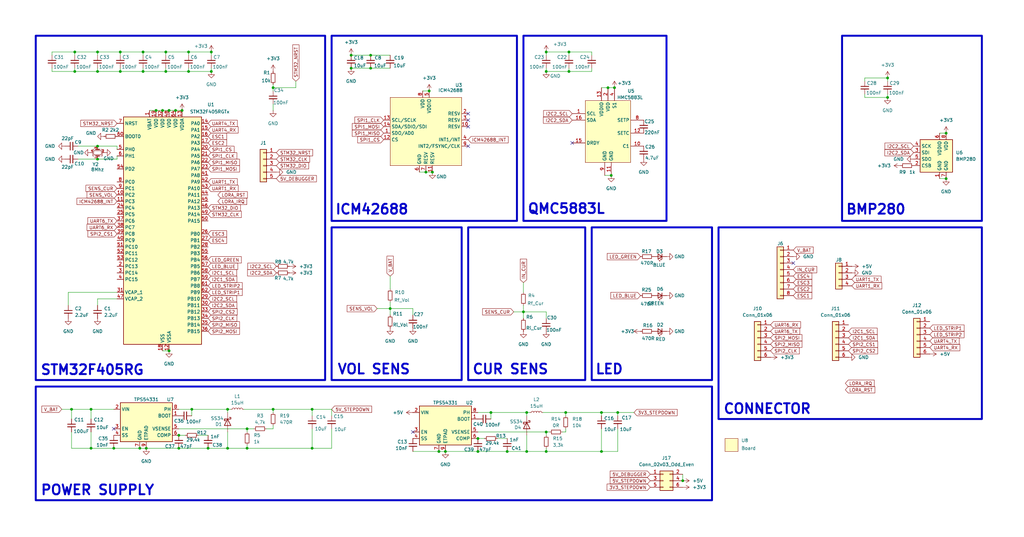
<source format=kicad_sch>
(kicad_sch (version 20231120) (generator "eeschema") (generator_version "8.0")
  (paper "User" 400 210)
  (junction (at 35.56 175.26))
  (junction (at 35.56 160.02))
  (junction (at 220.98 161.29))
  (junction (at 38.1 57.15))
  (junction (at 144.78 26.67))
  (junction (at 234.95 161.29))
  (junction (at 240.03 34.29))
  (junction (at 137.16 21.59))
  (junction (at 144.78 21.59))
  (junction (at 64.77 20.32))
  (junction (at 27.94 160.02))
  (junction (at 55.88 27.94))
  (junction (at 213.36 176.53))
  (junction (at 173.99 176.53))
  (junction (at 69.85 170.18))
  (junction (at 191.77 161.29))
  (junction (at 213.36 27.94))
  (junction (at 74.93 160.02))
  (junction (at 369.57 69.85))
  (junction (at 167.64 35.56))
  (junction (at 60.96 43.18))
  (junction (at 369.57 52.07))
  (junction (at 213.36 20.32))
  (junction (at 222.25 20.32))
  (junction (at 38.1 20.32))
  (junction (at 106.68 34.29))
  (junction (at 346.71 38.1))
  (junction (at 29.21 27.94))
  (junction (at 55.88 20.32))
  (junction (at 198.12 176.53))
  (junction (at 63.5 43.18))
  (junction (at 171.45 176.53))
  (junction (at 186.69 176.53))
  (junction (at 38.1 62.23))
  (junction (at 82.55 20.32))
  (junction (at 96.52 167.64))
  (junction (at 46.99 27.94))
  (junction (at 222.25 27.94))
  (junction (at 204.47 121.92))
  (junction (at 38.1 27.94))
  (junction (at 88.9 175.26))
  (junction (at 73.66 27.94))
  (junction (at 64.77 27.94))
  (junction (at 121.92 160.02))
  (junction (at 96.52 175.26))
  (junction (at 46.99 20.32))
  (junction (at 71.12 43.18))
  (junction (at 213.36 168.91))
  (junction (at 69.85 175.26))
  (junction (at 205.74 176.53))
  (junction (at 234.95 176.53))
  (junction (at 166.37 67.31))
  (junction (at 238.76 68.58))
  (junction (at 121.92 175.26))
  (junction (at 106.68 160.02))
  (junction (at 186.69 171.45))
  (junction (at 346.71 30.48))
  (junction (at 66.04 43.18))
  (junction (at 152.4 120.65))
  (junction (at 237.49 34.29))
  (junction (at 44.45 175.26))
  (junction (at 168.91 67.31))
  (junction (at 81.28 175.26))
  (junction (at 241.3 161.29))
  (junction (at 82.55 27.94))
  (junction (at 137.16 26.67))
  (junction (at 205.74 161.29))
  (junction (at 57.15 175.26))
  (junction (at 29.21 20.32))
  (junction (at 73.66 20.32))
  (junction (at 68.58 43.18))
  (junction (at 66.04 137.16))
  (junction (at 266.7 187.96))
  (junction (at 88.9 160.02))
  (junction (at 54.61 175.26))
  (no_connect (at 223.52 55.88))
  (no_connect (at 182.88 44.45))
  (no_connect (at 44.45 167.64))
  (no_connect (at 161.29 168.91))
  (no_connect (at 309.88 102.87))
  (no_connect (at 182.88 57.15))
  (no_connect (at 182.88 46.99))
  (no_connect (at 182.88 49.53))
  (wire (pts (xy 152.4 107.95) (xy 152.4 113.03)))
  (wire (pts (xy 213.36 20.32) (xy 222.25 20.32)))
  (wire (pts (xy 69.85 175.26) (xy 81.28 175.26)))
  (wire (pts (xy 81.28 170.18) (xy 77.47 170.18)))
  (wire (pts (xy 337.82 31.75) (xy 337.82 30.48)))
  (wire (pts (xy 213.36 27.94) (xy 213.36 26.67)))
  (wire (pts (xy 219.71 168.91) (xy 220.98 168.91)))
  (wire (pts (xy 234.95 176.53) (xy 213.36 176.53)))
  (wire (pts (xy 346.71 30.48) (xy 337.82 30.48)))
  (wire (pts (xy 198.12 176.53) (xy 205.74 176.53)))
  (wire (pts (xy 147.32 120.65) (xy 152.4 120.65)))
  (wire (pts (xy 266.7 185.42) (xy 266.7 187.96)))
  (wire (pts (xy 20.32 21.59) (xy 20.32 20.32)))
  (wire (pts (xy 337.82 38.1) (xy 346.71 38.1)))
  (wire (pts (xy 121.92 160.02) (xy 129.54 160.02)))
  (wire (pts (xy 24.13 160.02) (xy 27.94 160.02)))
  (wire (pts (xy 35.56 160.02) (xy 35.56 163.83)))
  (wire (pts (xy 166.37 67.31) (xy 168.91 67.31)))
  (wire (pts (xy 88.9 175.26) (xy 88.9 168.91)))
  (wire (pts (xy 82.55 26.67) (xy 82.55 27.94)))
  (wire (pts (xy 213.36 21.59) (xy 213.36 20.32)))
  (wire (pts (xy 213.36 121.92) (xy 213.36 124.46)))
  (wire (pts (xy 129.54 167.64) (xy 129.54 175.26)))
  (wire (pts (xy 129.54 160.02) (xy 129.54 162.56)))
  (wire (pts (xy 69.85 160.02) (xy 74.93 160.02)))
  (wire (pts (xy 234.95 162.56) (xy 234.95 161.29)))
  (wire (pts (xy 68.58 43.18) (xy 71.12 43.18)))
  (wire (pts (xy 222.25 27.94) (xy 213.36 27.94)))
  (wire (pts (xy 29.21 20.32) (xy 29.21 21.59)))
  (wire (pts (xy 54.61 175.26) (xy 57.15 175.26)))
  (wire (pts (xy 115.57 34.29) (xy 115.57 31.75)))
  (wire (pts (xy 58.42 43.18) (xy 60.96 43.18)))
  (wire (pts (xy 171.45 176.53) (xy 161.29 176.53)))
  (wire (pts (xy 81.28 175.26) (xy 88.9 175.26)))
  (wire (pts (xy 46.99 26.67) (xy 46.99 27.94)))
  (wire (pts (xy 106.68 167.64) (xy 106.68 166.37)))
  (wire (pts (xy 222.25 26.67) (xy 222.25 27.94)))
  (wire (pts (xy 152.4 118.11) (xy 152.4 120.65)))
  (wire (pts (xy 152.4 120.65) (xy 161.29 120.65)))
  (wire (pts (xy 57.15 175.26) (xy 69.85 175.26)))
  (wire (pts (xy 222.25 20.32) (xy 231.14 20.32)))
  (wire (pts (xy 231.14 21.59) (xy 231.14 20.32)))
  (wire (pts (xy 144.78 21.59) (xy 152.4 21.59)))
  (wire (pts (xy 186.69 161.29) (xy 191.77 161.29)))
  (wire (pts (xy 237.49 34.29) (xy 240.03 34.29)))
  (wire (pts (xy 161.29 120.65) (xy 161.29 123.19)))
  (wire (pts (xy 186.69 171.45) (xy 189.23 171.45)))
  (wire (pts (xy 27.94 175.26) (xy 35.56 175.26)))
  (wire (pts (xy 38.1 20.32) (xy 29.21 20.32)))
  (wire (pts (xy 73.66 27.94) (xy 82.55 27.94)))
  (wire (pts (xy 152.4 120.65) (xy 152.4 123.19)))
  (wire (pts (xy 35.56 168.91) (xy 35.56 175.26)))
  (wire (pts (xy 26.67 114.3) (xy 45.72 114.3)))
  (wire (pts (xy 96.52 175.26) (xy 121.92 175.26)))
  (wire (pts (xy 45.72 62.23) (xy 45.72 60.96)))
  (wire (pts (xy 204.47 119.38) (xy 204.47 121.92)))
  (wire (pts (xy 35.56 175.26) (xy 44.45 175.26)))
  (wire (pts (xy 236.22 68.58) (xy 238.76 68.58)))
  (wire (pts (xy 205.74 176.53) (xy 213.36 176.53)))
  (wire (pts (xy 173.99 176.53) (xy 186.69 176.53)))
  (wire (pts (xy 45.72 58.42) (xy 45.72 57.15)))
  (wire (pts (xy 222.25 21.59) (xy 222.25 20.32)))
  (wire (pts (xy 204.47 110.49) (xy 204.47 114.3)))
  (wire (pts (xy 241.3 167.64) (xy 241.3 176.53)))
  (wire (pts (xy 220.98 161.29) (xy 234.95 161.29)))
  (wire (pts (xy 106.68 160.02) (xy 121.92 160.02)))
  (wire (pts (xy 73.66 20.32) (xy 64.77 20.32)))
  (wire (pts (xy 106.68 34.29) (xy 106.68 35.56)))
  (wire (pts (xy 191.77 161.29) (xy 205.74 161.29)))
  (wire (pts (xy 69.85 170.18) (xy 72.39 170.18)))
  (wire (pts (xy 88.9 175.26) (xy 96.52 175.26)))
  (wire (pts (xy 137.16 26.67) (xy 144.78 26.67)))
  (wire (pts (xy 38.1 20.32) (xy 46.99 20.32)))
  (wire (pts (xy 241.3 176.53) (xy 234.95 176.53)))
  (wire (pts (xy 74.93 160.02) (xy 88.9 160.02)))
  (wire (pts (xy 69.85 167.64) (xy 96.52 167.64)))
  (wire (pts (xy 38.1 27.94) (xy 46.99 27.94)))
  (wire (pts (xy 64.77 21.59) (xy 64.77 20.32)))
  (wire (pts (xy 55.88 20.32) (xy 55.88 21.59)))
  (wire (pts (xy 198.12 171.45) (xy 194.31 171.45)))
  (wire (pts (xy 205.74 161.29) (xy 207.01 161.29)))
  (wire (pts (xy 106.68 33.02) (xy 106.68 34.29)))
  (wire (pts (xy 96.52 173.99) (xy 96.52 175.26)))
  (wire (pts (xy 38.1 62.23) (xy 45.72 62.23)))
  (wire (pts (xy 234.95 161.29) (xy 241.3 161.29)))
  (wire (pts (xy 129.54 175.26) (xy 121.92 175.26)))
  (wire (pts (xy 204.47 121.92) (xy 213.36 121.92)))
  (wire (pts (xy 30.48 57.15) (xy 38.1 57.15)))
  (wire (pts (xy 20.32 20.32) (xy 29.21 20.32)))
  (wire (pts (xy 64.77 27.94) (xy 73.66 27.94)))
  (wire (pts (xy 220.98 161.29) (xy 220.98 162.56)))
  (wire (pts (xy 106.68 40.64) (xy 106.68 43.18)))
  (wire (pts (xy 241.3 161.29) (xy 241.3 162.56)))
  (wire (pts (xy 46.99 21.59) (xy 46.99 20.32)))
  (wire (pts (xy 346.71 31.75) (xy 346.71 30.48)))
  (wire (pts (xy 96.52 167.64) (xy 99.06 167.64)))
  (wire (pts (xy 46.99 27.94) (xy 55.88 27.94)))
  (wire (pts (xy 144.78 26.67) (xy 152.4 26.67)))
  (wire (pts (xy 63.5 137.16) (xy 66.04 137.16)))
  (wire (pts (xy 88.9 160.02) (xy 88.9 161.29)))
  (wire (pts (xy 27.94 160.02) (xy 27.94 163.83)))
  (wire (pts (xy 212.09 161.29) (xy 220.98 161.29)))
  (wire (pts (xy 66.04 43.18) (xy 68.58 43.18)))
  (wire (pts (xy 163.83 67.31) (xy 166.37 67.31)))
  (wire (pts (xy 241.3 161.29) (xy 247.65 161.29)))
  (wire (pts (xy 20.32 26.67) (xy 20.32 27.94)))
  (wire (pts (xy 29.21 26.67) (xy 29.21 27.94)))
  (wire (pts (xy 204.47 121.92) (xy 204.47 124.46)))
  (wire (pts (xy 346.71 38.1) (xy 346.71 36.83)))
  (wire (pts (xy 35.56 160.02) (xy 44.45 160.02)))
  (wire (pts (xy 96.52 167.64) (xy 96.52 168.91)))
  (wire (pts (xy 213.36 168.91) (xy 213.36 170.18)))
  (wire (pts (xy 54.61 175.26) (xy 44.45 175.26)))
  (wire (pts (xy 73.66 26.67) (xy 73.66 27.94)))
  (wire (pts (xy 38.1 116.84) (xy 38.1 119.38)))
  (wire (pts (xy 165.1 35.56) (xy 167.64 35.56)))
  (wire (pts (xy 220.98 168.91) (xy 220.98 167.64)))
  (wire (pts (xy 64.77 20.32) (xy 55.88 20.32)))
  (wire (pts (xy 38.1 57.15) (xy 45.72 57.15)))
  (wire (pts (xy 27.94 175.26) (xy 27.94 168.91)))
  (wire (pts (xy 20.32 27.94) (xy 29.21 27.94)))
  (wire (pts (xy 104.14 167.64) (xy 106.68 167.64)))
  (wire (pts (xy 106.68 160.02) (xy 106.68 161.29)))
  (wire (pts (xy 55.88 27.94) (xy 64.77 27.94)))
  (wire (pts (xy 30.48 62.23) (xy 38.1 62.23)))
  (wire (pts (xy 46.99 20.32) (xy 55.88 20.32)))
  (wire (pts (xy 55.88 26.67) (xy 55.88 27.94)))
  (wire (pts (xy 82.55 21.59) (xy 82.55 20.32)))
  (wire (pts (xy 74.93 160.02) (xy 74.93 162.56)))
  (wire (pts (xy 367.03 52.07) (xy 369.57 52.07)))
  (wire (pts (xy 45.72 116.84) (xy 38.1 116.84)))
  (wire (pts (xy 38.1 21.59) (xy 38.1 20.32)))
  (wire (pts (xy 367.03 69.85) (xy 369.57 69.85)))
  (wire (pts (xy 213.36 168.91) (xy 214.63 168.91)))
  (wire (pts (xy 95.25 160.02) (xy 106.68 160.02)))
  (wire (pts (xy 26.67 119.38) (xy 26.67 114.3)))
  (wire (pts (xy 64.77 26.67) (xy 64.77 27.94)))
  (wire (pts (xy 29.21 27.94) (xy 38.1 27.94)))
  (wire (pts (xy 231.14 27.94) (xy 222.25 27.94)))
  (wire (pts (xy 63.5 43.18) (xy 66.04 43.18)))
  (wire (pts (xy 200.66 121.92) (xy 204.47 121.92)))
  (wire (pts (xy 121.92 167.64) (xy 121.92 175.26)))
  (wire (pts (xy 191.77 161.29) (xy 191.77 163.83)))
  (wire (pts (xy 186.69 168.91) (xy 213.36 168.91)))
  (wire (pts (xy 231.14 26.67) (xy 231.14 27.94)))
  (wire (pts (xy 186.69 176.53) (xy 198.12 176.53)))
  (wire (pts (xy 106.68 34.29) (xy 115.57 34.29)))
  (wire (pts (xy 234.95 167.64) (xy 234.95 176.53)))
  (wire (pts (xy 171.45 176.53) (xy 173.99 176.53)))
  (wire (pts (xy 205.74 161.29) (xy 205.74 162.56)))
  (wire (pts (xy 337.82 36.83) (xy 337.82 38.1)))
  (wire (pts (xy 137.16 21.59) (xy 144.78 21.59)))
  (wire (pts (xy 234.95 34.29) (xy 237.49 34.29)))
  (wire (pts (xy 38.1 26.67) (xy 38.1 27.94)))
  (wire (pts (xy 88.9 160.02) (xy 90.17 160.02)))
  (wire (pts (xy 213.36 175.26) (xy 213.36 176.53)))
  (wire (pts (xy 60.96 43.18) (xy 63.5 43.18)))
  (wire (pts (xy 82.55 20.32) (xy 73.66 20.32)))
  (wire (pts (xy 73.66 21.59) (xy 73.66 20.32)))
  (wire (pts (xy 205.74 176.53) (xy 205.74 170.18)))
  (wire (pts (xy 121.92 160.02) (xy 121.92 162.56)))
  (wire (pts (xy 27.94 160.02) (xy 35.56 160.02)))
  (rectangle (start 204.47 13.97) (end 260.35 86.36) (stroke (width 0.762)))
  (rectangle (start 231.14 88.9) (end 278.13 148.59) (stroke (width 0.762)))
  (rectangle (start 129.54 88.9) (end 180.34 148.59) (stroke (width 0.762)))
  (rectangle (start 129.54 13.97) (end 201.93 86.36) (stroke (width 0.762)))
  (rectangle (start 182.88 88.9) (end 228.6 148.59) (stroke (width 0.762)))
  (rectangle (start 328.93 13.97) (end 383.54 86.36) (stroke (width 0.762)))
  (rectangle (start 280.67 88.9) (end 383.54 163.83) (stroke (width 0.762)))
  (rectangle (start 13.97 13.97) (end 127 148.59) (stroke (width 0.762)))
  (rectangle (start 13.97 151.13) (end 278.13 195.58) (stroke (width 0.762)))
  (text "ICM42688" (at 145.288 82.042 0) (effects (font (size 3.81 3.81) (thickness 0.762) (bold yes))))
  (text "QMC5883L" (at 221.234 81.788 0) (effects (font (size 3.81 3.81) (thickness 0.762) (bold yes))))
  (text "BMP280" (at 342.138 82.042 0) (effects (font (size 3.81 3.81) (thickness 0.762) (bold yes))))
  (text "LED" (at 237.998 144.526 0) (effects (font (size 3.81 3.81) (thickness 0.762) (bold yes))))
  (text "POWER SUPPLY" (at 38.1 191.77 0) (effects (font (size 3.81 3.81) (thickness 0.762) (bold yes))))
  (text "CONNECTOR" (at 299.72 160.02 0) (effects (font (size 3.81 3.81) (thickness 0.762) (bold yes))))
  (text "CUR SENS" (at 199.39 144.526 0) (effects (font (size 3.81 3.81) (thickness 0.762) (bold yes))))
  (text "VOL SENS" (at 146.05 144.526 0) (effects (font (size 3.81 3.81) (thickness 0.762) (bold yes))))
  (text "STM32F405RG" (at 36.068 144.78 0) (effects (font (size 3.81 3.81) (thickness 0.762) (bold yes))))
  (global_label "STM32_NRST" (shape input) (at 115.57 31.75 90) (property "Intersheetrefs" "${INTERSHEET_REFS}" (effects (hide yes))))
  (global_label "ESC2" (shape input) (at 309.88 113.03 0) (property "Intersheetrefs" "${INTERSHEET_REFS}" (effects (hide yes))))
  (global_label "STM32_DIO" (shape input) (at 107.95 64.77 0) (property "Intersheetrefs" "${INTERSHEET_REFS}" (effects (hide yes))))
  (global_label "SPI2_CS1" (shape input) (at 45.72 91.44 180) (property "Intersheetrefs" "${INTERSHEET_REFS}" (effects (hide yes))))
  (global_label "3V3_STEPDOWN" (shape input) (at 254 190.5 180) (property "Intersheetrefs" "${INTERSHEET_REFS}" (effects (hide yes))))
  (global_label "V_BAT" (shape input) (at 24.13 160.02 180) (property "Intersheetrefs" "${INTERSHEET_REFS}" (effects (hide yes))))
  (global_label "5V_DEBUGGER" (shape input) (at 254 185.42 180) (property "Intersheetrefs" "${INTERSHEET_REFS}" (effects (hide yes))))
  (global_label "STM32_CLK" (shape input) (at 107.95 62.23 0) (property "Intersheetrefs" "${INTERSHEET_REFS}" (effects (hide yes))))
  (global_label "UART4_RX" (shape input) (at 363.22 135.89 0) (property "Intersheetrefs" "${INTERSHEET_REFS}" (effects (hide yes))))
  (global_label "LED_GREEN" (shape input) (at 81.28 101.6 0) (property "Intersheetrefs" "${INTERSHEET_REFS}" (effects (hide yes))))
  (global_label "SPI2_CLK" (shape input) (at 81.28 124.46 0) (property "Intersheetrefs" "${INTERSHEET_REFS}" (effects (hide yes))))
  (global_label "ESC4" (shape input) (at 309.88 107.95 0) (property "Intersheetrefs" "${INTERSHEET_REFS}" (effects (hide yes))))
  (global_label "SPI1_MOSI" (shape input) (at 81.28 66.04 0) (property "Intersheetrefs" "${INTERSHEET_REFS}" (effects (hide yes))))
  (global_label "SPI1_CS" (shape input) (at 149.86 54.61 180) (property "Intersheetrefs" "${INTERSHEET_REFS}" (effects (hide yes))))
  (global_label "I2C2_SDA" (shape input) (at 107.95 106.68 180) (property "Intersheetrefs" "${INTERSHEET_REFS}" (effects (hide yes))))
  (global_label "ESC3" (shape input) (at 81.28 91.44 0) (property "Intersheetrefs" "${INTERSHEET_REFS}" (effects (hide yes))))
  (global_label "UART4_TX" (shape input) (at 81.28 48.26 0) (property "Intersheetrefs" "${INTERSHEET_REFS}" (effects (hide yes))))
  (global_label "I2C2_SCL" (shape input) (at 223.52 44.45 180) (property "Intersheetrefs" "${INTERSHEET_REFS}" (effects (hide yes))))
  (global_label "LORA_RST" (shape input) (at 330.2 152.4 0) (property "Intersheetrefs" "${INTERSHEET_REFS}" (effects (hide yes))))
  (global_label "SPI2_CS2" (shape input) (at 81.28 121.92 0) (property "Intersheetrefs" "${INTERSHEET_REFS}" (effects (hide yes))))
  (global_label "SPI2_CS2" (shape input) (at 331.47 137.16 0) (property "Intersheetrefs" "${INTERSHEET_REFS}" (effects (hide yes))))
  (global_label "ESC3" (shape input) (at 309.88 110.49 0) (property "Intersheetrefs" "${INTERSHEET_REFS}" (effects (hide yes))))
  (global_label "SENS_CUR" (shape input) (at 45.72 73.66 180) (property "Intersheetrefs" "${INTERSHEET_REFS}" (effects (hide yes))))
  (global_label "SPI1_CLK" (shape input) (at 81.28 60.96 0) (property "Intersheetrefs" "${INTERSHEET_REFS}" (effects (hide yes))))
  (global_label "ICM42688_INT" (shape input) (at 45.72 78.74 180) (property "Intersheetrefs" "${INTERSHEET_REFS}" (effects (hide yes))))
  (global_label "LED_STRIP1" (shape input) (at 363.22 128.27 0) (property "Intersheetrefs" "${INTERSHEET_REFS}" (effects (hide yes))))
  (global_label "SPI2_MISO" (shape input) (at 300.99 134.62 0) (property "Intersheetrefs" "${INTERSHEET_REFS}" (effects (hide yes))))
  (global_label "I2C1_SDA" (shape input) (at 331.47 132.08 0) (property "Intersheetrefs" "${INTERSHEET_REFS}" (effects (hide yes))))
  (global_label "STM32_NRST" (shape input) (at 45.72 48.26 180) (property "Intersheetrefs" "${INTERSHEET_REFS}" (effects (hide yes))))
  (global_label "I2C1_SCL" (shape input) (at 331.47 129.54 0) (property "Intersheetrefs" "${INTERSHEET_REFS}" (effects (hide yes))))
  (global_label "UART4_RX" (shape input) (at 81.28 50.8 0) (property "Intersheetrefs" "${INTERSHEET_REFS}" (effects (hide yes))))
  (global_label "LED_STRIP2" (shape input) (at 81.28 111.76 0) (property "Intersheetrefs" "${INTERSHEET_REFS}" (effects (hide yes))))
  (global_label "5V_STEPDOWN" (shape input) (at 254 187.96 180) (property "Intersheetrefs" "${INTERSHEET_REFS}" (effects (hide yes))))
  (global_label "IN_CUR" (shape input) (at 204.47 110.49 90) (property "Intersheetrefs" "${INTERSHEET_REFS}" (effects (hide yes))))
  (global_label "SPI1_MOSI" (shape input) (at 149.86 49.53 180) (property "Intersheetrefs" "${INTERSHEET_REFS}" (effects (hide yes))))
  (global_label "LED_STRIP2" (shape input) (at 363.22 130.81 0) (property "Intersheetrefs" "${INTERSHEET_REFS}" (effects (hide yes))))
  (global_label "V_BAT" (shape input) (at 309.88 97.79 0) (property "Intersheetrefs" "${INTERSHEET_REFS}" (effects (hide yes))))
  (global_label "SPI1_MISO" (shape input) (at 149.86 52.07 180) (property "Intersheetrefs" "${INTERSHEET_REFS}" (effects (hide yes))))
  (global_label "SPI2_CS1" (shape input) (at 331.47 134.62 0) (property "Intersheetrefs" "${INTERSHEET_REFS}" (effects (hide yes))))
  (global_label "UART1_TX" (shape input) (at 81.28 71.12 0) (property "Intersheetrefs" "${INTERSHEET_REFS}" (effects (hide yes))))
  (global_label "I2C2_SCL" (shape input) (at 107.95 104.14 180) (property "Intersheetrefs" "${INTERSHEET_REFS}" (effects (hide yes))))
  (global_label "5V_DEBUGGER" (shape input) (at 107.95 69.85 0) (property "Intersheetrefs" "${INTERSHEET_REFS}" (effects (hide yes))))
  (global_label "ESC2" (shape input) (at 81.28 55.88 0) (property "Intersheetrefs" "${INTERSHEET_REFS}" (effects (hide yes))))
  (global_label "UART4_TX" (shape input) (at 363.22 133.35 0) (property "Intersheetrefs" "${INTERSHEET_REFS}" (effects (hide yes))))
  (global_label "STM32_NRST" (shape input) (at 107.95 59.69 0) (property "Intersheetrefs" "${INTERSHEET_REFS}" (effects (hide yes))))
  (global_label "SENS_CUR" (shape input) (at 200.66 121.92 180) (property "Intersheetrefs" "${INTERSHEET_REFS}" (effects (hide yes))))
  (global_label "UART6_TX" (shape input) (at 300.99 129.54 0) (property "Intersheetrefs" "${INTERSHEET_REFS}" (effects (hide yes))))
  (global_label "I2C1_SCL" (shape input) (at 81.28 106.68 0) (property "Intersheetrefs" "${INTERSHEET_REFS}" (effects (hide yes))))
  (global_label "UART1_RX" (shape input) (at 81.28 73.66 0) (property "Intersheetrefs" "${INTERSHEET_REFS}" (effects (hide yes))))
  (global_label "SPI2_MOSI" (shape input) (at 300.99 132.08 0) (property "Intersheetrefs" "${INTERSHEET_REFS}" (effects (hide yes))))
  (global_label "LORA_RST" (shape input) (at 85.09 76.2 0) (property "Intersheetrefs" "${INTERSHEET_REFS}" (effects (hide yes))))
  (global_label "SPI2_CLK" (shape input) (at 300.99 137.16 0) (property "Intersheetrefs" "${INTERSHEET_REFS}" (effects (hide yes))))
  (global_label "I2C2_SCL" (shape input) (at 356.87 57.15 180) (property "Intersheetrefs" "${INTERSHEET_REFS}" (effects (hide yes))))
  (global_label "LED_BLUE" (shape input) (at 81.28 104.14 0) (property "Intersheetrefs" "${INTERSHEET_REFS}" (effects (hide yes))))
  (global_label "LED_STRIP1" (shape input) (at 81.28 114.3 0) (property "Intersheetrefs" "${INTERSHEET_REFS}" (effects (hide yes))))
  (global_label "SPI1_CS" (shape input) (at 81.28 58.42 0) (property "Intersheetrefs" "${INTERSHEET_REFS}" (effects (hide yes))))
  (global_label "UART1_RX" (shape input) (at 332.74 111.76 0) (property "Intersheetrefs" "${INTERSHEET_REFS}" (effects (hide yes))))
  (global_label "LED_BLUE" (shape input) (at 250.19 115.57 180) (property "Intersheetrefs" "${INTERSHEET_REFS}" (effects (hide yes))))
  (global_label "I2C2_SCL" (shape input) (at 81.28 116.84 0) (property "Intersheetrefs" "${INTERSHEET_REFS}" (effects (hide yes))))
  (global_label "ESC1" (shape input) (at 309.88 115.57 0) (property "Intersheetrefs" "${INTERSHEET_REFS}" (effects (hide yes))))
  (global_label "STM32_DIO" (shape input) (at 81.28 81.28 0) (property "Intersheetrefs" "${INTERSHEET_REFS}" (effects (hide yes))))
  (global_label "I2C2_SDA" (shape input) (at 356.87 59.69 180) (property "Intersheetrefs" "${INTERSHEET_REFS}" (effects (hide yes))))
  (global_label "ICM42688_INT" (shape input) (at 182.88 54.61 0) (property "Intersheetrefs" "${INTERSHEET_REFS}" (effects (hide yes))))
  (global_label "SPI2_MISO" (shape input) (at 81.28 127 0) (property "Intersheetrefs" "${INTERSHEET_REFS}" (effects (hide yes))))
  (global_label "LED_GREEN" (shape input) (at 250.19 100.33 180) (property "Intersheetrefs" "${INTERSHEET_REFS}" (effects (hide yes))))
  (global_label "SPI1_CLK" (shape input) (at 149.86 46.99 180) (property "Intersheetrefs" "${INTERSHEET_REFS}" (effects (hide yes))))
  (global_label "SENS_VOL" (shape input) (at 45.72 76.2 180) (property "Intersheetrefs" "${INTERSHEET_REFS}" (effects (hide yes))))
  (global_label "I2C2_SDA" (shape input) (at 81.28 119.38 0) (property "Intersheetrefs" "${INTERSHEET_REFS}" (effects (hide yes))))
  (global_label "SPI2_MOSI" (shape input) (at 81.28 129.54 0) (property "Intersheetrefs" "${INTERSHEET_REFS}" (effects (hide yes))))
  (global_label "I2C2_SDA" (shape input) (at 223.52 46.99 180) (property "Intersheetrefs" "${INTERSHEET_REFS}" (effects (hide yes))))
  (global_label "UART6_RX" (shape input) (at 45.72 88.9 180) (property "Intersheetrefs" "${INTERSHEET_REFS}" (effects (hide yes))))
  (global_label "ESC4" (shape input) (at 81.28 93.98 0) (property "Intersheetrefs" "${INTERSHEET_REFS}" (effects (hide yes))))
  (global_label "UART6_TX" (shape input) (at 45.72 86.36 180) (property "Intersheetrefs" "${INTERSHEET_REFS}" (effects (hide yes))))
  (global_label "SPI1_MISO" (shape input) (at 81.28 63.5 0) (property "Intersheetrefs" "${INTERSHEET_REFS}" (effects (hide yes))))
  (global_label "ESC1" (shape input) (at 81.28 53.34 0) (property "Intersheetrefs" "${INTERSHEET_REFS}" (effects (hide yes))))
  (global_label "IN_CUR" (shape input) (at 309.88 105.41 0) (property "Intersheetrefs" "${INTERSHEET_REFS}" (effects (hide yes))))
  (global_label "LORA_IRQ" (shape input) (at 330.2 149.86 0) (property "Intersheetrefs" "${INTERSHEET_REFS}" (effects (hide yes))))
  (global_label "UART1_TX" (shape input) (at 332.74 109.22 0) (property "Intersheetrefs" "${INTERSHEET_REFS}" (effects (hide yes))))
  (global_label "UART6_RX" (shape input) (at 300.99 127 0) (property "Intersheetrefs" "${INTERSHEET_REFS}" (effects (hide yes))))
  (global_label "SENS_VOL" (shape input) (at 147.32 120.65 180) (property "Intersheetrefs" "${INTERSHEET_REFS}" (effects (hide yes))))
  (global_label "I2C1_SDA" (shape input) (at 81.28 109.22 0) (property "Intersheetrefs" "${INTERSHEET_REFS}" (effects (hide yes))))
  (global_label "STM32_CLK" (shape input) (at 81.28 83.82 0) (property "Intersheetrefs" "${INTERSHEET_REFS}" (effects (hide yes))))
  (global_label "V_BAT" (shape input) (at 152.4 107.95 90) (property "Intersheetrefs" "${INTERSHEET_REFS}" (effects (hide yes))))
  (global_label "3V3_STEPDOWN" (shape input) (at 247.65 161.29 0) (property "Intersheetrefs" "${INTERSHEET_REFS}" (effects (hide yes))))
  (global_label "LORA_IRQ" (shape input) (at 85.09 78.74 0) (property "Intersheetrefs" "${INTERSHEET_REFS}" (effects (hide yes))))
  (global_label "5V_STEPDOWN" (shape input) (at 129.54 160.02 0) (property "Intersheetrefs" "${INTERSHEET_REFS}" (effects (hide yes))))
  (symbol (lib_id "Device:C_Small") (at 27.94 57.15 90) (unit 1)
    (property "Reference" "C9" (at 30.48 55.626 90))
    (property "Value" "22pF" (at 26.416 54.102 90))
    (property "Footprint" "Capacitor_SMD:C_0402_1005Metric" (effects (hide yes)))
    (property "Description" "Unpolarized capacitor, small symbol" (effects (hide yes)))
  )
  (symbol (lib_id "Device:C_Small") (at 137.16 24.13 0) (unit 1)
    (property "Reference" "C18" (at 138.176 22.606 0) (effects (justify left)))
    (property "Value" "10uF" (at 138.176 25.654 0) (effects (justify left)))
    (property "Footprint" "Capacitor_SMD:C_0402_1005Metric" (effects (hide yes)))
    (property "Description" "Unpolarized capacitor, small symbol" (effects (hide yes)))
  )
  (symbol (lib_id "power:GND") (at 57.15 175.26 0) (unit 1)
    (property "Reference" "#PWR053" (effects (hide yes)))
    (property "Value" "GND" (at 57.15 180.34 0))
    (property "Description" "Power symbol creates a global label with name \"GND\" , ground" (effects (hide yes)))
  )
  (symbol (lib_id "power:GND") (at 25.4 57.15 270) (unit 1)
    (property "Reference" "#PWR06" (effects (hide yes)))
    (property "Value" "GND" (at 21.59 57.1499 90) (effects (justify right)))
    (property "Description" "Power symbol creates a global label with name \"GND\" , ground" (effects (hide yes)))
  )
  (symbol (lib_id "Device:L_Small") (at 92.71 160.02 90) (unit 1)
    (property "Reference" "L1" (at 92.71 154.94 90))
    (property "Value" "15uH" (at 92.71 157.48 90))
    (property "Footprint" "Footprint:Inductor_SMD_4D28" (effects (hide yes)))
    (property "Description" "Inductor, small symbol" (effects (hide yes)))
  )
  (symbol (lib_id "Device:C_Small") (at 186.69 173.99 180) (unit 1)
    (property "Reference" "C39" (at 185.166 175.768 0) (effects (justify left)))
    (property "Value" "47pF" (at 192.024 175.768 0) (effects (justify left)))
    (property "Footprint" "Capacitor_SMD:C_0402_1005Metric" (effects (hide yes)))
    (property "Description" "Unpolarized capacitor, small symbol" (effects (hide yes)))
  )
  (symbol (lib_id "power:GND") (at 260.35 129.54 90) (unit 1)
    (property "Reference" "#PWR048" (effects (hide yes)))
    (property "Value" "GND" (at 265.43 129.54 90))
    (property "Description" "Power symbol creates a global label with name \"GND\" , ground" (effects (hide yes)))
  )
  (symbol (lib_id "power:+3V3") (at 266.7 190.5 270) (unit 1)
    (property "Reference" "#PWR084" (effects (hide yes)))
    (property "Value" "+3V3" (at 270.51 190.4999 90) (effects (justify left)))
    (property "Description" "Power symbol creates a global label with name \"+3V3\"" (effects (hide yes)))
  )
  (symbol (lib_id "Device:C_Small") (at 161.29 125.73 0) (unit 1)
    (property "Reference" "C27" (at 161.544 122.936 0) (effects (justify left)))
    (property "Value" "100nF" (at 161.29 127.762 0) (effects (justify left)))
    (property "Footprint" "Capacitor_SMD:C_0402_1005Metric" (effects (hide yes)))
    (property "Description" "Unpolarized capacitor, small symbol" (effects (hide yes)))
  )
  (symbol (lib_id "Device:R_Small") (at 354.33 64.77 90) (unit 1)
    (property "Reference" "R9" (at 352.552 67.31 90))
    (property "Value" "1k" (at 356.362 67.31 90))
    (property "Footprint" "Resistor_SMD:R_0402_1005Metric" (effects (hide yes)))
    (property "Description" "Resistor, small symbol" (effects (hide yes)))
  )
  (symbol (lib_id "power:GND") (at 331.47 139.7 90) (unit 1)
    (property "Reference" "#PWR074" (effects (hide yes)))
    (property "Value" "GND" (at 335.28 139.6999 90) (effects (justify right)))
    (property "Description" "Power symbol creates a global label with name \"GND\" , ground" (effects (hide yes)))
  )
  (symbol (lib_id "Device:R_Small") (at 220.98 165.1 180) (unit 1)
    (property "Reference" "R18" (at 223.52 163.8299 0) (effects (justify right)))
    (property "Value" "10k" (at 223.52 166.3699 0) (effects (justify right)))
    (property "Footprint" "Resistor_SMD:R_0402_1005Metric" (effects (hide yes)))
    (property "Description" "Resistor, small symbol" (effects (hide yes)))
  )
  (symbol (lib_id "Device:C_Small") (at 64.77 24.13 0) (unit 1)
    (property "Reference" "C5" (at 65.532 22.352 0) (effects (justify left)))
    (property "Value" "100nF" (at 65.278 26.162 0) (effects (justify left)))
    (property "Footprint" "Capacitor_SMD:C_0402_1005Metric" (effects (hide yes)))
    (property "Description" "Unpolarized capacitor, small symbol" (effects (hide yes)))
  )
  (symbol (lib_id "Device:L_Small") (at 209.55 161.29 90) (unit 1)
    (property "Reference" "L2" (at 209.55 156.21 90))
    (property "Value" "15uH" (at 209.55 158.75 90))
    (property "Footprint" "Footprint:Inductor_SMD_4D28" (effects (hide yes)))
    (property "Description" "Inductor, small symbol" (effects (hide yes)))
  )
  (symbol (lib_id "power:GND") (at 309.88 100.33 90) (mirror x) (unit 1)
    (property "Reference" "#PWR049" (effects (hide yes)))
    (property "Value" "GND" (at 313.69 100.3301 90) (effects (justify right)))
    (property "Description" "Power symbol creates a global label with name \"GND\" , ground" (effects (hide yes)))
  )
  (symbol (lib_id "power:GND") (at 346.71 38.1 0) (unit 1)
    (property "Reference" "#PWR036" (effects (hide yes)))
    (property "Value" "GND" (at 346.71 43.18 0))
    (property "Description" "Power symbol creates a global label with name \"GND\" , ground" (effects (hide yes)))
  )
  (symbol (lib_id "power:+3V3") (at 240.03 34.29 0) (unit 1)
    (property "Reference" "#PWR028" (effects (hide yes)))
    (property "Value" "+3V3" (at 243.84 32.512 0))
    (property "Description" "Power symbol creates a global label with name \"+3V3\"" (effects (hide yes)))
  )
  (symbol (lib_id "power:+3V3") (at 369.57 52.07 0) (unit 1)
    (property "Reference" "#PWR033" (effects (hide yes)))
    (property "Value" "+3V3" (at 369.57 46.99 0))
    (property "Description" "Power symbol creates a global label with name \"+3V3\"" (effects (hide yes)))
  )
  (symbol (lib_id "Device:C_Small") (at 213.36 24.13 0) (mirror y) (unit 1)
    (property "Reference" "C23" (at 212.598 22.352 0) (effects (justify left)))
    (property "Value" "100nF" (at 212.852 26.162 0) (effects (justify left)))
    (property "Footprint" "Capacitor_SMD:C_0402_1005Metric" (effects (hide yes)))
    (property "Description" "Unpolarized capacitor, small symbol" (effects (hide yes)))
  )
  (symbol (lib_id "power:GND") (at 369.57 69.85 0) (unit 1)
    (property "Reference" "#PWR034" (effects (hide yes)))
    (property "Value" "GND" (at 369.57 74.93 0))
    (property "Description" "Power symbol creates a global label with name \"GND\" , ground" (effects (hide yes)))
  )
  (symbol (lib_id "power:GND") (at 260.35 115.57 90) (unit 1)
    (property "Reference" "#PWR051" (effects (hide yes)))
    (property "Value" "GND" (at 265.43 115.57 90))
    (property "Description" "Power symbol creates a global label with name \"GND\" , ground" (effects (hide yes)))
  )
  (symbol (lib_id "Device:R_Small") (at 152.4 115.57 0) (unit 1)
    (property "Reference" "R10" (at 154.178 114.3 0) (effects (justify left)))
    (property "Value" "Rf_Vol" (at 153.924 117.348 0) (effects (justify left)))
    (property "Footprint" "Resistor_SMD:R_0402_1005Metric" (effects (hide yes)))
    (property "Description" "Resistor, small symbol" (effects (hide yes)))
  )
  (symbol (lib_id "power:+3V3") (at 113.03 106.68 270) (unit 1)
    (property "Reference" "#PWR059" (effects (hide yes)))
    (property "Value" "+3V3" (at 116.84 106.6799 90) (effects (justify left)))
    (property "Description" "Power symbol creates a global label with name \"+3V3\"" (effects (hide yes)))
  )
  (symbol (lib_id "Device:C_Small") (at 161.29 173.99 0) (unit 1)
    (property "Reference" "C13" (at 155.194 172.72 0) (effects (justify left)))
    (property "Value" "10nF" (at 154.432 175.26 0) (effects (justify left)))
    (property "Footprint" "Capacitor_SMD:C_0402_1005Metric" (effects (hide yes)))
    (property "Description" "Unpolarized capacitor, small symbol" (effects (hide yes)))
  )
  (symbol (lib_id "power:GND") (at 168.91 67.31 0) (mirror y) (unit 1)
    (property "Reference" "#PWR055" (effects (hide yes)))
    (property "Value" "GND" (at 172.466 69.088 0))
    (property "Description" "Power symbol creates a global label with name \"GND\" , ground" (effects (hide yes)))
  )
  (symbol (lib_id "Device:C_Small") (at 152.4 24.13 0) (unit 1)
    (property "Reference" "C19" (at 153.924 22.606 0) (effects (justify left)))
    (property "Value" "10uF" (at 153.67 25.654 0) (effects (justify left)))
    (property "Footprint" "Capacitor_SMD:C_0402_1005Metric" (effects (hide yes)))
    (property "Description" "Unpolarized capacitor, small symbol" (effects (hide yes)))
  )
  (symbol (lib_id "Device:C_Small") (at 69.85 172.72 180) (unit 1)
    (property "Reference" "C37" (at 68.326 174.498 0) (effects (justify left)))
    (property "Value" "47pF" (at 75.184 174.498 0) (effects (justify left)))
    (property "Footprint" "Capacitor_SMD:C_0402_1005Metric" (effects (hide yes)))
    (property "Description" "Unpolarized capacitor, small symbol" (effects (hide yes)))
  )
  (symbol (lib_id "Device:C_Small") (at 251.46 49.53 0) (unit 1)
    (property "Reference" "C25" (at 251.714 47.498 0) (effects (justify left)))
    (property "Value" "220nF" (at 251.714 51.816 0) (effects (justify left)))
    (property "Footprint" "Capacitor_SMD:C_0402_1005Metric" (effects (hide yes)))
    (property "Description" "Unpolarized capacitor, small symbol" (effects (hide yes)))
  )
  (symbol (lib_id "Device:R_Small") (at 252.73 115.57 90) (unit 1)
    (property "Reference" "R25" (at 254.508 113.284 90) (effects (justify left)))
    (property "Value" "470R" (at 255.27 118.872 90) (effects (justify left)))
    (property "Footprint" "Resistor_SMD:R_0402_1005Metric" (effects (hide yes)))
    (property "Description" "Resistor, small symbol" (effects (hide yes)))
  )
  (symbol (lib_id "power:+3V3") (at 213.36 20.32 0) (mirror y) (unit 1)
    (property "Reference" "#PWR029" (effects (hide yes)))
    (property "Value" "+3V3" (at 218.694 17.272 0))
    (property "Description" "Power symbol creates a global label with name \"+3V3\"" (effects (hide yes)))
  )
  (symbol (lib_id "Device:C_Small") (at 35.56 166.37 0) (unit 1)
    (property "Reference" "C12" (at 36.576 164.084 0) (effects (justify left)))
    (property "Value" "10uF" (at 37.592 167.132 0) (effects (justify left)))
    (property "Footprint" "Capacitor_SMD:C_1210_3225Metric" (effects (hide yes)))
    (property "Description" "Unpolarized capacitor, small symbol" (effects (hide yes)))
  )
  (symbol (lib_id "Device:C_Small") (at 129.54 165.1 0) (unit 1)
    (property "Reference" "C15" (at 130.302 162.814 0) (effects (justify left)))
    (property "Value" "10uF" (at 130.556 167.894 0) (effects (justify left)))
    (property "Footprint" "Capacitor_SMD:C_1210_3225Metric" (effects (hide yes)))
    (property "Description" "Unpolarized capacitor, small symbol" (effects (hide yes)))
  )
  (symbol (lib_id "Connector_Generic:Conn_01x04") (at 327.66 106.68 0) (mirror y) (unit 1)
    (property "Reference" "J8" (at 327.66 101.6 0))
    (property "Value" "Conn_01x04" (effects (hide yes)))
    (property "Footprint" "Footprint:Connector_XH_1x04_P1.25mm_Horizontal" (effects (hide yes)))
    (property "Description" "Generic connector, single row, 01x04, script generated (kicad-library-utils/schlib/autogen/connector/)" (effects (hide yes)))
  )
  (symbol (lib_id "Device:C_Small") (at 44.45 172.72 0) (unit 1)
    (property "Reference" "C35" (at 38.354 171.45 0) (effects (justify left)))
    (property "Value" "10nF" (at 37.592 173.99 0) (effects (justify left)))
    (property "Footprint" "Capacitor_SMD:C_0402_1005Metric" (effects (hide yes)))
    (property "Description" "Unpolarized capacitor, small symbol" (effects (hide yes)))
  )
  (symbol (lib_id "power:GND") (at 260.35 100.33 90) (unit 1)
    (property "Reference" "#PWR050" (effects (hide yes)))
    (property "Value" "GND" (at 265.43 100.33 90))
    (property "Description" "Power symbol creates a global label with name \"GND\" , ground" (effects (hide yes)))
  )
  (symbol (lib_id "power:GND") (at 213.36 27.94 0) (mirror y) (unit 1)
    (property "Reference" "#PWR030" (effects (hide yes)))
    (property "Value" "GND" (at 216.916 29.718 0))
    (property "Description" "Power symbol creates a global label with name \"GND\" , ground" (effects (hide yes)))
  )
  (symbol (lib_id "Device:R_Small") (at 217.17 168.91 90) (unit 1)
    (property "Reference" "R14" (at 217.17 163.83 90))
    (property "Value" "0R" (at 217.17 166.37 90))
    (property "Footprint" "Resistor_SMD:R_0402_1005Metric" (effects (hide yes)))
    (property "Description" "Resistor, small symbol" (effects (hide yes)))
  )
  (symbol (lib_id "Device:LED_Small") (at 257.81 129.54 180) (unit 1)
    (property "Reference" "D2" (at 256.54 127 0) (effects (justify right)))
    (property "Value" "RED" (at 256.032 132.588 0) (effects (justify right)))
    (property "Footprint" "LED_SMD:LED_0402_1005Metric" (effects (hide yes)))
    (property "Description" "Light emitting diode, small symbol" (effects (hide yes)))
  )
  (symbol (lib_id "TPS54331:TPS54331") (at 57.15 165.1 0) (unit 1)
    (property "Reference" "U7" (at 66.548 156.21 0))
    (property "Value" "TPS54331" (at 57.15 156.21 0))
    (property "Footprint" "Package_SO:SOIC-8-1EP_3.9x4.9mm_P1.27mm_EP2.29x3mm" (effects (hide yes)))
  )
  (symbol (lib_id "Device:C_Small") (at 241.3 165.1 0) (unit 1)
    (property "Reference" "C17" (at 242.824 163.322 0) (effects (justify left)))
    (property "Value" "10uF" (at 242.062 167.894 0) (effects (justify left)))
    (property "Footprint" "Capacitor_SMD:C_1210_3225Metric" (effects (hide yes)))
    (property "Description" "Unpolarized capacitor, small symbol" (effects (hide yes)))
  )
  (symbol (lib_id "Device:C_Small") (at 73.66 24.13 0) (unit 1)
    (property "Reference" "C6" (at 74.422 22.352 0) (effects (justify left)))
    (property "Value" "100nF" (at 74.168 26.162 0) (effects (justify left)))
    (property "Footprint" "Capacitor_SMD:C_0402_1005Metric" (effects (hide yes)))
    (property "Description" "Unpolarized capacitor, small symbol" (effects (hide yes)))
  )
  (symbol (lib_id "Device:D_Schottky") (at 205.74 166.37 270) (unit 1)
    (property "Reference" "D4" (at 200.914 167.132 90) (effects (justify left)))
    (property "Value" "SS34" (at 199.136 164.846 90) (effects (justify left)))
    (property "Footprint" "Diode_SMD:D_SMA" (effects (hide yes)))
    (property "Description" "Schottky diode" (effects (hide yes)))
  )
  (symbol (lib_id "Device:R_Small") (at 43.18 53.34 90) (unit 1)
    (property "Reference" "R2" (at 41.148 50.8 90))
    (property "Value" "2k2" (at 44.704 50.8 90))
    (property "Footprint" "Resistor_SMD:R_0402_1005Metric" (effects (hide yes)))
    (property "Description" "Resistor, small symbol" (effects (hide yes)))
  )
  (symbol (lib_id "power:+3V3") (at 113.03 104.14 270) (unit 1)
    (property "Reference" "#PWR058" (effects (hide yes)))
    (property "Value" "+3V3" (at 116.84 104.1399 90) (effects (justify left)))
    (property "Description" "Power symbol creates a global label with name \"+3V3\"" (effects (hide yes)))
  )
  (symbol (lib_id "Device:C_Small") (at 46.99 24.13 0) (unit 1)
    (property "Reference" "C3" (at 47.752 22.352 0) (effects (justify left)))
    (property "Value" "100nF" (at 47.498 26.162 0) (effects (justify left)))
    (property "Footprint" "Capacitor_SMD:C_0402_1005Metric" (effects (hide yes)))
    (property "Description" "Unpolarized capacitor, small symbol" (effects (hide yes)))
  )
  (symbol (lib_id "power:+3V3") (at 82.55 20.32 0) (unit 1)
    (property "Reference" "#PWR013" (effects (hide yes)))
    (property "Value" "+3V3" (at 78.486 18.034 0))
    (property "Description" "Power symbol creates a global label with name \"+3V3\"" (effects (hide yes)))
  )
  (symbol (lib_id "power:+3V3") (at 137.16 21.59 0) (unit 1)
    (property "Reference" "#PWR019" (effects (hide yes)))
    (property "Value" "+3V3" (at 137.16 16.51 0))
    (property "Description" "Power symbol creates a global label with name \"+3V3\"" (effects (hide yes)))
  )
  (symbol (lib_id "power:GND") (at 213.36 129.54 0) (unit 1)
    (property "Reference" "#PWR046" (effects (hide yes)))
    (property "Value" "GND" (at 213.36 134.62 0))
    (property "Description" "Power symbol creates a global label with name \"GND\" , ground" (effects (hide yes)))
  )
  (symbol (lib_id "Device:R_Small") (at 204.47 116.84 0) (unit 1)
    (property "Reference" "R4" (at 206.248 115.57 0) (effects (justify left)))
    (property "Value" "Rf_Cur" (at 205.994 118.618 0) (effects (justify left)))
    (property "Footprint" "Resistor_SMD:R_0402_1005Metric" (effects (hide yes)))
    (property "Description" "Resistor, small symbol" (effects (hide yes)))
  )
  (symbol (lib_id "Connector_Generic:Conn_01x06") (at 295.91 132.08 0) (mirror y) (unit 1)
    (property "Reference" "J10" (at 295.91 120.65 0))
    (property "Value" "Conn_01x06" (at 295.91 123.19 0))
    (property "Footprint" "Footprint:Header_1x06_P2.00mm_Vertical" (effects (hide yes)))
    (property "Description" "Generic connector, single row, 01x06, script generated (kicad-library-utils/schlib/autogen/connector/)" (effects (hide yes)))
  )
  (symbol (lib_id "Device:R_Small") (at 152.4 125.73 0) (unit 1)
    (property "Reference" "R11" (at 153.416 122.682 0) (effects (justify left)))
    (property "Value" "Ri_Vol" (at 153.416 127 0) (effects (justify left)))
    (property "Footprint" "Resistor_SMD:R_0402_1005Metric" (effects (hide yes)))
    (property "Description" "Resistor, small symbol" (effects (hide yes)))
  )
  (symbol (lib_id "power:GND") (at 40.64 53.34 270) (unit 1)
    (property "Reference" "#PWR05" (effects (hide yes)))
    (property "Value" "GND" (at 37.592 52.07 90) (effects (justify right)))
    (property "Description" "Power symbol creates a global label with name \"GND\" , ground" (effects (hide yes)))
  )
  (symbol (lib_id "Device:C_Small") (at 234.95 165.1 0) (unit 1)
    (property "Reference" "C16" (at 235.966 163.576 0) (effects (justify left)))
    (property "Value" "10uF" (at 235.966 167.894 0) (effects (justify left)))
    (property "Footprint" "Capacitor_SMD:C_1210_3225Metric" (effects (hide yes)))
    (property "Description" "Unpolarized capacitor, small symbol" (effects (hide yes)))
  )
  (symbol (lib_id "Connector_Generic:Conn_01x05") (at 102.87 64.77 0) (mirror y) (unit 1)
    (property "Reference" "J1" (at 102.87 55.88 0))
    (property "Value" "Conn_01x05" (effects (hide yes)))
    (property "Footprint" "Footprint:Connector_XH_1x05_P1.25mm_Horizontal" (effects (hide yes)))
    (property "Description" "Generic connector, single row, 01x05, script generated (kicad-library-utils/schlib/autogen/connector/)" (effects (hide yes)))
  )
  (symbol (lib_id "Device:C_Small") (at 251.46 59.69 0) (unit 1)
    (property "Reference" "C26" (at 251.968 57.404 0) (effects (justify left)))
    (property "Value" "4.7uF" (at 251.968 61.722 0) (effects (justify left)))
    (property "Footprint" "Capacitor_SMD:C_0402_1005Metric" (effects (hide yes)))
    (property "Description" "Unpolarized capacitor, small symbol" (effects (hide yes)))
  )
  (symbol (lib_id "Device:C_Small") (at 346.71 34.29 0) (unit 1)
    (property "Reference" "C29" (at 347.472 32.512 0) (effects (justify left)))
    (property "Value" "100nF" (at 347.218 36.322 0) (effects (justify left)))
    (property "Footprint" "Capacitor_SMD:C_0402_1005Metric" (effects (hide yes)))
    (property "Description" "Unpolarized capacitor, small symbol" (effects (hide yes)))
  )
  (symbol (lib_id "power:GND") (at 66.04 137.16 0) (unit 1)
    (property "Reference" "#PWR01" (effects (hide yes)))
    (property "Value" "GND" (at 66.04 142.24 0))
    (property "Description" "Power symbol creates a global label with name \"GND\" , ground" (effects (hide yes)))
  )
  (symbol (lib_id "power:+3V3") (at 167.64 35.56 0) (unit 1)
    (property "Reference" "#PWR010" (effects (hide yes)))
    (property "Value" "+3V3" (at 167.64 30.48 0))
    (property "Description" "Power symbol creates a global label with name \"+3V3\"" (effects (hide yes)))
  )
  (symbol (lib_id "Sensor_Pressure:BMP280") (at 367.03 62.23 0) (unit 1)
    (property "Reference" "U6" (at 373.38 59.6899 0) (effects (justify left)))
    (property "Value" "BMP280" (at 373.38 62.2299 0) (effects (justify left)))
    (property "Footprint" "Footprint:LGA-8_2x2.5mm_P0.65mm" (effects (hide yes)))
    (property "Datasheet" "https://ae-bst.resource.bosch.com/media/_tech/media/datasheets/BST-BMP280-DS001.pdf" (effects (hide yes)))
    (property "Description" "Absolute Barometric Pressure Sensor, LGA-8" (effects (hide yes)))
  )
  (symbol (lib_id "Device:C_Small") (at 82.55 24.13 0) (unit 1)
    (property "Reference" "C7" (at 83.312 22.352 0) (effects (justify left)))
    (property "Value" "100nF" (at 83.058 26.162 0) (effects (justify left)))
    (property "Footprint" "Capacitor_SMD:C_0402_1005Metric" (effects (hide yes)))
    (property "Description" "Unpolarized capacitor, small symbol" (effects (hide yes)))
  )
  (symbol (lib_id "Device:C_Small") (at 231.14 24.13 0) (mirror y) (unit 1)
    (property "Reference" "C24" (at 230.378 22.352 0) (effects (justify left)))
    (property "Value" "100nF" (at 230.632 26.162 0) (effects (justify left)))
    (property "Footprint" "Capacitor_SMD:C_0402_1005Metric" (effects (hide yes)))
    (property "Description" "Unpolarized capacitor, small symbol" (effects (hide yes)))
  )
  (symbol (lib_id "Device:R_Small") (at 96.52 171.45 0) (unit 1)
    (property "Reference" "R5" (at 99.06 170.1799 0) (effects (justify left)))
    (property "Value" "1k" (at 99.06 172.7199 0) (effects (justify left)))
    (property "Footprint" "Resistor_SMD:R_0402_1005Metric" (effects (hide yes)))
    (property "Description" "Resistor, small symbol" (effects (hide yes)))
  )
  (symbol (lib_id "power:GND") (at 38.1 124.46 0) (unit 1)
    (property "Reference" "#PWR02" (effects (hide yes)))
    (property "Value" "GND" (at 38.1 129.54 0))
    (property "Description" "Power symbol creates a global label with name \"GND\" , ground" (effects (hide yes)))
  )
  (symbol (lib_id "Device:C_Small") (at 121.92 165.1 0) (unit 1)
    (property "Reference" "C14" (at 123.444 163.068 0) (effects (justify left)))
    (property "Value" "10uF" (at 122.936 167.64 0) (effects (justify left)))
    (property "Footprint" "Capacitor_SMD:C_1210_3225Metric" (effects (hide yes)))
    (property "Description" "Unpolarized capacitor, small symbol" (effects (hide yes)))
  )
  (symbol (lib_id "Device:R_Small") (at 213.36 172.72 0) (unit 1)
    (property "Reference" "R15" (at 215.9 171.4499 0) (effects (justify left)))
    (property "Value" "3,3k" (at 215.9 173.9899 0) (effects (justify left)))
    (property "Footprint" "Resistor_SMD:R_0402_1005Metric" (effects (hide yes)))
    (property "Description" "Resistor, small symbol" (effects (hide yes)))
  )
  (symbol (lib_id "Device:R_Small") (at 110.49 106.68 270) (unit 1)
    (property "Reference" "R7" (at 107.188 108.712 90) (effects (justify left)))
    (property "Value" "4.7k" (at 110.49 108.966 90) (effects (justify left)))
    (property "Footprint" "Resistor_SMD:R_0402_1005Metric" (effects (hide yes)))
    (property "Description" "Resistor, small symbol" (effects (hide yes)))
  )
  (symbol (lib_id "Device:C_Small") (at 198.12 173.99 180) (unit 1)
    (property "Reference" "C41" (at 203.708 175.26 0) (effects (justify left)))
    (property "Value" "1nF" (at 202.692 171.958 0) (effects (justify left)))
    (property "Footprint" "Capacitor_SMD:C_0402_1005Metric" (effects (hide yes)))
    (property "Description" "Unpolarized capacitor, small symbol" (effects (hide yes)))
  )
  (symbol (lib_id "Board:Board") (at 285.75 173.99 0) (unit 1)
    (property "Reference" "U8" (at 289.56 172.212 0) (effects (justify left)))
    (property "Value" "Board" (at 289.56 175.2599 0) (effects (justify left)))
    (property "Footprint" "Footprint:Board_Outline_34x34_Hole_26x26" (effects (hide yes)))
  )
  (symbol (lib_id "power:GND") (at 204.47 129.54 0) (unit 1)
    (property "Reference" "#PWR045" (effects (hide yes)))
    (property "Value" "GND" (at 204.47 134.62 0))
    (property "Description" "Power symbol creates a global label with name \"GND\" , ground" (effects (hide yes)))
  )
  (symbol (lib_id "Device:R_Small") (at 74.93 170.18 90) (unit 1)
    (property "Reference" "R12" (at 80.772 169.164 90) (effects (justify left)))
    (property "Value" "29.4k" (at 78.232 171.958 90) (effects (justify left)))
    (property "Footprint" "Resistor_SMD:R_0402_1005Metric" (effects (hide yes)))
    (property "Description" "Resistor, small symbol" (effects (hide yes)))
  )
  (symbol (lib_id "power:+5V") (at 161.29 161.29 90) (unit 1)
    (property "Reference" "#PWR054" (effects (hide yes)))
    (property "Value" "+5V" (at 157.48 161.2899 90) (effects (justify left)))
    (property "Description" "Power symbol creates a global label with name \"+5V\"" (effects (hide yes)))
  )
  (symbol (lib_id "Device:C_Small") (at 213.36 127 0) (unit 1)
    (property "Reference" "C30" (at 213.614 124.206 0) (effects (justify left)))
    (property "Value" "100nF" (at 213.36 129.032 0) (effects (justify left)))
    (property "Footprint" "Capacitor_SMD:C_0402_1005Metric" (effects (hide yes)))
    (property "Description" "Unpolarized capacitor, small symbol" (effects (hide yes)))
  )
  (symbol (lib_id "power:GND") (at 137.16 26.67 0) (unit 1)
    (property "Reference" "#PWR020" (effects (hide yes)))
    (property "Value" "GND" (at 137.16 31.75 0))
    (property "Description" "Power symbol creates a global label with name \"GND\" , ground" (effects (hide yes)))
  )
  (symbol (lib_id "power:GND") (at 356.87 62.23 270) (unit 1)
    (property "Reference" "#PWR057" (effects (hide yes)))
    (property "Value" "GND" (at 353.06 62.2299 90) (effects (justify right)))
    (property "Description" "Power symbol creates a global label with name \"GND\" , ground" (effects (hide yes)))
  )
  (symbol (lib_id "power:+5V") (at 266.7 187.96 270) (unit 1)
    (property "Reference" "#PWR083" (effects (hide yes)))
    (property "Value" "+5V" (at 270.51 187.9599 90) (effects (justify left)))
    (property "Description" "Power symbol creates a global label with name \"+5V\"" (effects (hide yes)))
  )
  (symbol (lib_id "Device:LED_Small") (at 257.81 115.57 180) (unit 1)
    (property "Reference" "D6" (at 256.4764 113.03 0) (effects (justify right)))
    (property "Value" "GREEN" (at 252.984 118.618 0) (effects (justify right)))
    (property "Footprint" "LED_SMD:LED_0402_1005Metric" (effects (hide yes)))
    (property "Description" "Light emitting diode, small symbol" (effects (hide yes)))
  )
  (symbol (lib_id "power:+3V3") (at 71.12 43.18 0) (unit 1)
    (property "Reference" "#PWR014" (effects (hide yes)))
    (property "Value" "+3V3" (at 71.12 38.1 0))
    (property "Description" "Power symbol creates a global label with name \"+3V3\"" (effects (hide yes)))
  )
  (symbol (lib_id "ICM42688:ICM42688") (at 152.4 64.77 0) (unit 1)
    (property "Reference" "U3" (at 177.8 33.274 0) (effects (justify left)))
    (property "Value" "ICM42688" (at 171.196 35.306 0) (effects (justify left)))
    (property "Footprint" "Package_LGA:LGA-14_3x2.5mm_P0.5mm_LayoutBorder3x4y" (effects (hide yes)))
  )
  (symbol (lib_id "power:GND") (at 25.4 62.23 270) (unit 1)
    (property "Reference" "#PWR07" (effects (hide yes)))
    (property "Value" "GND" (at 21.59 62.2299 90) (effects (justify right)))
    (property "Description" "Power symbol creates a global label with name \"GND\" , ground" (effects (hide yes)))
  )
  (symbol (lib_id "power:+3V3") (at 106.68 27.94 0) (unit 1)
    (property "Reference" "#PWR015" (effects (hide yes)))
    (property "Value" "+3V3" (at 106.68 22.86 0))
    (property "Description" "Power symbol creates a global label with name \"+3V3\"" (effects (hide yes)))
  )
  (symbol (lib_id "HMC5883L:HMC5883L") (at 228.6 63.5 0) (unit 1)
    (property "Reference" "U5" (at 245.11 35.56 0) (effects (justify left)))
    (property "Value" "HMC5883L" (at 241.046 38.1 0) (effects (justify left)))
    (property "Footprint" "Footprint:QFN-16_3x3mm_P0.5mm" (effects (hide yes)))
  )
  (symbol (lib_id "power:GND") (at 35.56 59.69 270) (unit 1)
    (property "Reference" "#PWR043" (effects (hide yes)))
    (property "Value" "GND" (at 32.766 59.69 90) (effects (justify right)))
    (property "Description" "Power symbol creates a global label with name \"GND\" , ground" (effects (hide yes)))
  )
  (symbol (lib_id "Device:Crystal_GND24_Small") (at 38.1 59.69 90) (unit 1)
    (property "Reference" "Y2" (at 37.338 64.262 90))
    (property "Value" "8Mhz" (at 38.1 66.294 90))
    (property "Footprint" "Crystal:Crystal_SMD_3225-4Pin_3.2x2.5mm" (effects (hide yes)))
    (property "Description" "Four pin crystal, GND on pins 2 and 4, small symbol" (effects (hide yes)))
  )
  (symbol (lib_id "power:GND") (at 40.64 59.69 90) (unit 1)
    (property "Reference" "#PWR044" (effects (hide yes)))
    (property "Value" "GND" (at 40.386 61.976 90) (effects (justify right)))
    (property "Description" "Power symbol creates a global label with name \"GND\" , ground" (effects (hide yes)))
  )
  (symbol (lib_id "power:+5V") (at 363.22 138.43 270) (unit 1)
    (property "Reference" "#PWR073" (effects (hide yes)))
    (property "Value" "+5V" (at 367.03 138.4299 90) (effects (justify left)))
    (property "Description" "Power symbol creates a global label with name \"+5V\"" (effects (hide yes)))
  )
  (symbol (lib_id "Device:C_Small") (at 144.78 24.13 0) (unit 1)
    (property "Reference" "C8" (at 146.304 22.606 0) (effects (justify left)))
    (property "Value" "10uF" (at 146.05 25.654 0) (effects (justify left)))
    (property "Footprint" "Capacitor_SMD:C_0402_1005Metric" (effects (hide yes)))
    (property "Description" "Unpolarized capacitor, small symbol" (effects (hide yes)))
  )
  (symbol (lib_id "Device:LED_Small") (at 257.81 100.33 180) (unit 1)
    (property "Reference" "D3" (at 256.286 98.298 0) (effects (justify right)))
    (property "Value" "BLUE" (at 255.016 103.632 0) (effects (justify right)))
    (property "Footprint" "LED_SMD:LED_0402_1005Metric" (effects (hide yes)))
    (property "Description" "Light emitting diode, small symbol" (effects (hide yes)))
  )
  (symbol (lib_id "Device:R_Small") (at 191.77 171.45 90) (unit 1)
    (property "Reference" "R13" (at 197.612 170.434 90) (effects (justify left)))
    (property "Value" "29.4k" (at 195.072 173.228 90) (effects (justify left)))
    (property "Footprint" "Resistor_SMD:R_0402_1005Metric" (effects (hide yes)))
    (property "Description" "Resistor, small symbol" (effects (hide yes)))
  )
  (symbol (lib_id "Device:R_Small") (at 106.68 30.48 0) (unit 1)
    (property "Reference" "R1" (at 102.87 28.448 0) (effects (justify left)))
    (property "Value" "10k" (at 102.108 31.496 0) (effects (justify left)))
    (property "Footprint" "Resistor_SMD:R_0402_1005Metric" (effects (hide yes)))
    (property "Description" "Resistor, small symbol" (effects (hide yes)))
  )
  (symbol (lib_id "Device:R_Small") (at 106.68 163.83 180) (unit 1)
    (property "Reference" "R19" (at 109.22 162.5599 0) (effects (justify right)))
    (property "Value" "470R" (at 109.22 165.0999 0) (effects (justify right)))
    (property "Footprint" "Resistor_SMD:R_0402_1005Metric" (effects (hide yes)))
    (property "Description" "Resistor, small symbol" (effects (hide yes)))
  )
  (symbol (lib_id "power:+3V3") (at 351.79 64.77 90) (unit 1)
    (property "Reference" "#PWR056" (effects (hide yes)))
    (property "Value" "+3V3" (at 347.98 64.7699 90) (effects (justify left)))
    (property "Description" "Power symbol creates a global label with name \"+3V3\"" (effects (hide yes)))
  )
  (symbol (lib_id "Device:C_Small") (at 189.23 163.83 90) (unit 1)
    (property "Reference" "C40" (at 188.722 165.862 90) (effects (justify left)))
    (property "Value" "100nF" (at 195.58 166.116 90) (effects (justify left)))
    (property "Footprint" "Capacitor_SMD:C_0402_1005Metric" (effects (hide yes)))
    (property "Description" "Unpolarized capacitor, small symbol" (effects (hide yes)))
  )
  (symbol (lib_id "Device:C_Small") (at 38.1 24.13 0) (unit 1)
    (property "Reference" "C33" (at 38.862 22.352 0) (effects (justify left)))
    (property "Value" "100nF" (at 38.608 26.162 0) (effects (justify left)))
    (property "Footprint" "Capacitor_SMD:C_0402_1005Metric" (effects (hide yes)))
    (property "Description" "Unpolarized capacitor, small symbol" (effects (hide yes)))
  )
  (symbol (lib_id "Device:C_Small") (at 20.32 24.13 0) (unit 1)
    (property "Reference" "C31" (at 21.082 22.352 0) (effects (justify left)))
    (property "Value" "100nF" (at 20.828 26.162 0) (effects (justify left)))
    (property "Footprint" "Capacitor_SMD:C_0402_1005Metric" (effects (hide yes)))
    (property "Description" "Unpolarized capacitor, small symbol" (effects (hide yes)))
  )
  (symbol (lib_id "power:+3V3") (at 250.19 129.54 90) (unit 1)
    (property "Reference" "#PWR047" (effects (hide yes)))
    (property "Value" "+3V3" (at 245.11 129.54 90))
    (property "Description" "Power symbol creates a global label with name \"+3V3\"" (effects (hide yes)))
  )
  (symbol (lib_id "TPS54331:TPS54331") (at 173.99 166.37 0) (unit 1)
    (property "Reference" "U2" (at 183.388 157.48 0))
    (property "Value" "TPS54331" (at 173.99 157.48 0))
    (property "Footprint" "Package_SO:SOIC-8-1EP_3.9x4.9mm_P1.27mm_EP2.29x3mm" (effects (hide yes)))
  )
  (symbol (lib_id "Device:R_Small") (at 252.73 100.33 90) (unit 1)
    (property "Reference" "R17" (at 254.508 98.298 90) (effects (justify left)))
    (property "Value" "470R" (at 255.27 102.87 90) (effects (justify left)))
    (property "Footprint" "Resistor_SMD:R_0402_1005Metric" (effects (hide yes)))
    (property "Description" "Resistor, small symbol" (effects (hide yes)))
  )
  (symbol (lib_id "Device:C_Small") (at 27.94 166.37 0) (unit 1)
    (property "Reference" "C11" (at 28.956 164.084 0) (effects (justify left)))
    (property "Value" "100uF" (at 28.702 168.656 0) (effects (justify left)))
    (property "Footprint" "Capacitor_SMD:C_1210_3225Metric" (effects (hide yes)))
    (property "Description" "Unpolarized capacitor, small symbol" (effects (hide yes)))
  )
  (symbol (lib_id "Device:C_Small") (at 337.82 34.29 0) (unit 1)
    (property "Reference" "C28" (at 338.582 32.512 0) (effects (justify left)))
    (property "Value" "100nF" (at 338.328 36.322 0) (effects (justify left)))
    (property "Footprint" "Capacitor_SMD:C_0402_1005Metric" (effects (hide yes)))
    (property "Description" "Unpolarized capacitor, small symbol" (effects (hide yes)))
  )
  (symbol (lib_id "power:+3V3") (at 346.71 30.48 0) (unit 1)
    (property "Reference" "#PWR035" (effects (hide yes)))
    (property "Value" "+3V3" (at 346.71 25.4 0))
    (property "Description" "Power symbol creates a global label with name \"+3V3\"" (effects (hide yes)))
  )
  (symbol (lib_id "Device:R_Small") (at 101.6 167.64 90) (unit 1)
    (property "Reference" "R3" (at 101.6 162.56 90))
    (property "Value" "4,7k" (at 101.6 165.1 90))
    (property "Footprint" "Resistor_SMD:R_0402_1005Metric" (effects (hide yes)))
    (property "Description" "Resistor, small symbol" (effects (hide yes)))
  )
  (symbol (lib_id "Device:R_Small") (at 252.73 129.54 90) (unit 1)
    (property "Reference" "R16" (at 255.016 127.254 90) (effects (justify left)))
    (property "Value" "470R" (at 255.778 132.334 90) (effects (justify left)))
    (property "Footprint" "Resistor_SMD:R_0402_1005Metric" (effects (hide yes)))
    (property "Description" "Resistor, small symbol" (effects (hide yes)))
  )
  (symbol (lib_id "Device:C_Small") (at 106.68 38.1 0) (unit 1)
    (property "Reference" "C34" (at 106.934 35.306 0) (effects (justify left)))
    (property "Value" "100nF" (at 106.68 40.132 0) (effects (justify left)))
    (property "Footprint" "Capacitor_SMD:C_0402_1005Metric" (effects (hide yes)))
    (property "Description" "Unpolarized capacitor, small symbol" (effects (hide yes)))
  )
  (symbol (lib_id "power:GND") (at 173.99 176.53 0) (unit 1)
    (property "Reference" "#PWR09" (effects (hide yes)))
    (property "Value" "GND" (at 173.99 181.61 0))
    (property "Description" "Power symbol creates a global label with name \"GND\" , ground" (effects (hide yes)))
  )
  (symbol (lib_id "power:GND") (at 152.4 128.27 0) (unit 1)
    (property "Reference" "#PWR037" (effects (hide yes)))
    (property "Value" "GND" (at 152.4 133.35 0))
    (property "Description" "Power symbol creates a global label with name \"GND\" , ground" (effects (hide yes)))
  )
  (symbol (lib_id "Device:C_Small") (at 27.94 62.23 90) (unit 1)
    (property "Reference" "C10" (at 30.988 64.008 90))
    (property "Value" "22pF" (at 26.416 65.278 90))
    (property "Footprint" "Capacitor_SMD:C_0402_1005Metric" (effects (hide yes)))
    (property "Description" "Unpolarized capacitor, small symbol" (effects (hide yes)))
  )
  (symbol (lib_id "Connector_Generic:Conn_01x08") (at 304.8 105.41 0) (mirror y) (unit 1)
    (property "Reference" "J6" (at 304.8 95.25 0))
    (property "Value" "Conn_01x08" (effects (hide yes)))
    (property "Footprint" "Footprint:Connector_XH_1x08_P1.25mm_Horizontal" (effects (hide yes)))
    (property "Description" "Generic connector, single row, 01x08, script generated (kicad-library-utils/schlib/autogen/connector/)" (effects (hide yes)))
  )
  (symbol (lib_id "power:GND") (at 332.74 106.68 90) (unit 1)
    (property "Reference" "#PWR069" (effects (hide yes)))
    (property "Value" "GND" (at 336.55 106.6799 90) (effects (justify right)))
    (property "Description" "Power symbol creates a global label with name \"GND\" , ground" (effects (hide yes)))
  )
  (symbol (lib_id "Device:C_Small") (at 29.21 24.13 0) (unit 1)
    (property "Reference" "C32" (at 29.972 22.352 0) (effects (justify left)))
    (property "Value" "100nF" (at 29.718 26.162 0) (effects (justify left)))
    (property "Footprint" "Capacitor_SMD:C_0402_1005Metric" (effects (hide yes)))
    (property "Description" "Unpolarized capacitor, small symbol" (effects (hide yes)))
  )
  (symbol (lib_id "power:GND") (at 26.67 124.46 0) (unit 1)
    (property "Reference" "#PWR03" (effects (hide yes)))
    (property "Value" "GND" (at 26.67 129.54 0))
    (property "Description" "Power symbol creates a global label with name \"GND\" , ground" (effects (hide yes)))
  )
  (symbol (lib_id "power:GND") (at 82.55 27.94 0) (unit 1)
    (property "Reference" "#PWR04" (effects (hide yes)))
    (property "Value" "GND" (at 82.55 33.02 0))
    (property "Description" "Power symbol creates a global label with name \"GND\" , ground" (effects (hide yes)))
  )
  (symbol (lib_id "Device:R_Small") (at 204.47 127 0) (unit 1)
    (property "Reference" "R6" (at 205.486 123.952 0) (effects (justify left)))
    (property "Value" "Ri_Cur" (at 205.486 128.27 0) (effects (justify left)))
    (property "Footprint" "Resistor_SMD:R_0402_1005Metric" (effects (hide yes)))
    (property "Description" "Resistor, small symbol" (effects (hide yes)))
  )
  (symbol (lib_id "power:GND") (at 251.46 62.23 0) (unit 1)
    (property "Reference" "#PWR032" (effects (hide yes)))
    (property "Value" "GND" (at 251.46 67.31 0))
    (property "Description" "Power symbol creates a global label with name \"GND\" , ground" (effects (hide yes)))
  )
  (symbol (lib_id "power:GND") (at 161.29 128.27 0) (unit 1)
    (property "Reference" "#PWR038" (effects (hide yes)))
    (property "Value" "GND" (at 161.29 133.35 0))
    (property "Description" "Power symbol creates a global label with name \"GND\" , ground" (effects (hide yes)))
  )
  (symbol (lib_id "power:GND") (at 107.95 67.31 90) (unit 1)
    (property "Reference" "#PWR08" (effects (hide yes)))
    (property "Value" "GND" (at 111.76 67.3099 90) (effects (justify right)))
    (property "Description" "Power symbol creates a global label with name \"GND\" , ground" (effects (hide yes)))
  )
  (symbol (lib_id "Device:C_Small") (at 26.67 121.92 0) (unit 1)
    (property "Reference" "C2" (at 29.21 120.6562 0) (effects (justify left)))
    (property "Value" "2.2uF" (at 29.21 123.1962 0) (effects (justify left)))
    (property "Footprint" "Capacitor_SMD:C_0402_1005Metric" (effects (hide yes)))
    (property "Description" "Unpolarized capacitor, small symbol" (effects (hide yes)))
  )
  (symbol (lib_id "Device:D_Schottky") (at 88.9 165.1 270) (unit 1)
    (property "Reference" "D1" (at 84.074 165.862 90) (effects (justify left)))
    (property "Value" "SS34" (at 82.296 163.576 90) (effects (justify left)))
    (property "Footprint" "Diode_SMD:D_SMA" (effects (hide yes)))
    (property "Description" "Schottky diode" (effects (hide yes)))
  )
  (symbol (lib_id "Device:C_Small") (at 38.1 121.92 0) (unit 1)
    (property "Reference" "C1" (at 40.64 120.6562 0) (effects (justify left)))
    (property "Value" "2.2uF" (at 40.64 123.1962 0) (effects (justify left)))
    (property "Footprint" "Capacitor_SMD:C_0402_1005Metric" (effects (hide yes)))
    (property "Description" "Unpolarized capacitor, small symbol" (effects (hide yes)))
  )
  (symbol (lib_id "MCU_ST_STM32F4:STM32F405RGTx") (at 63.5 91.44 0) (unit 1)
    (property "Reference" "U1" (at 81.026 40.894 0) (effects (justify left)))
    (property "Value" "STM32F405RGTx" (at 74.168 43.688 0) (effects (justify left)))
    (property "Footprint" "Package_QFP:LQFP-64_10x10mm_P0.5mm" (effects (hide yes)))
    (property "Datasheet" "https://www.st.com/resource/en/datasheet/stm32f405rg.pdf" (effects (hide yes)))
    (property "Description" "STMicroelectronics Arm Cortex-M4 MCU, 1024KB flash, 192KB RAM, 168 MHz, 1.8-3.6V, 51 GPIO, LQFP64" (effects (hide yes)))
  )
  (symbol (lib_id "Connector_Generic:Conn_01x06") (at 326.39 132.08 0) (mirror y) (unit 1)
    (property "Reference" "J11" (at 326.39 120.65 0))
    (property "Value" "Conn_01x06" (at 326.39 123.19 0))
    (property "Footprint" "Footprint:Header_1x06_P2.00mm_Vertical" (effects (hide yes)))
    (property "Description" "Generic connector, single row, 01x06, script generated (kicad-library-utils/schlib/autogen/connector/)" (effects (hide yes)))
  )
  (symbol (lib_id "power:+3V3") (at 300.99 139.7 270) (unit 1)
    (property "Reference" "#PWR077" (effects (hide yes)))
    (property "Value" "+3V3" (at 304.8 139.6999 90) (effects (justify left)))
    (property "Description" "Power symbol creates a global label with name \"+3V3\"" (effects (hide yes)))
  )
  (symbol (lib_id "Device:C_Small") (at 222.25 24.13 0) (mirror y) (unit 1)
    (property "Reference" "C22" (at 221.488 22.352 0) (effects (justify left)))
    (property "Value" "100nF" (at 221.742 26.162 0) (effects (justify left)))
    (property "Footprint" "Capacitor_SMD:C_0402_1005Metric" (effects (hide yes)))
    (property "Description" "Unpolarized capacitor, small symbol" (effects (hide yes)))
  )
  (symbol (lib_id "power:+5V") (at 332.74 104.14 270) (unit 1)
    (property "Reference" "#PWR070" (effects (hide yes)))
    (property "Value" "+5V" (at 336.55 104.1399 90) (effects (justify left)))
    (property "Description" "Power symbol creates a global label with name \"+5V\"" (effects (hide yes)))
  )
  (symbol (lib_id "Device:C_Small") (at 55.88 24.13 0) (unit 1)
    (property "Reference" "C4" (at 56.642 22.352 0) (effects (justify left)))
    (property "Value" "100nF" (at 56.388 26.162 0) (effects (justify left)))
    (property "Footprint" "Capacitor_SMD:C_0402_1005Metric" (effects (hide yes)))
    (property "Description" "Unpolarized capacitor, small symbol" (effects (hide yes)))
  )
  (symbol (lib_id "power:GND") (at 106.68 43.18 0) (unit 1)
    (property "Reference" "#PWR052" (effects (hide yes)))
    (property "Value" "GND" (at 106.68 48.26 0))
    (property "Description" "Power symbol creates a global label with name \"GND\" , ground" (effects (hide yes)))
  )
  (symbol (lib_id "Connector_Generic:Conn_02x03_Odd_Even") (at 259.08 187.96 0) (unit 1)
    (property "Reference" "J17" (at 260.35 179.07 0))
    (property "Value" "Conn_02x03_Odd_Even" (at 260.35 181.61 0))
    (property "Footprint" "Connector_PinHeader_2.00mm:PinHeader_2x03_P2.00mm_Vertical" (effects (hide yes)))
    (property "Description" "Generic connector, double row, 02x03, odd/even pin numbering scheme (row 1 odd numbers, row 2 even numbers), script generated (kicad-library-utils/schlib/autogen/connector/)" (effects (hide yes)))
  )
  (symbol (lib_id "Device:R_Small") (at 110.49 104.14 90) (unit 1)
    (property "Reference" "R8" (at 109.982 102.362 90) (effects (justify left)))
    (property "Value" "4.7k" (at 114.808 102.362 90) (effects (justify left)))
    (property "Footprint" "Resistor_SMD:R_0402_1005Metric" (effects (hide yes)))
    (property "Description" "Resistor, small symbol" (effects (hide yes)))
  )
  (symbol (lib_id "Device:C_Small") (at 81.28 172.72 180) (unit 1)
    (property "Reference" "C38" (at 86.868 173.99 0) (effects (justify left)))
    (property "Value" "1nF" (at 85.852 170.688 0) (effects (justify left)))
    (property "Footprint" "Capacitor_SMD:C_0402_1005Metric" (effects (hide yes)))
    (property "Description" "Unpolarized capacitor, small symbol" (effects (hide yes)))
  )
  (symbol (lib_id "power:GND") (at 238.76 68.58 0) (unit 1)
    (property "Reference" "#PWR031" (effects (hide yes)))
    (property "Value" "GND" (at 238.76 73.66 0))
    (property "Description" "Power symbol creates a global label with name \"GND\" , ground" (effects (hide yes)))
  )
  (symbol (lib_id "Connector_Generic:Conn_01x06") (at 358.14 130.81 0) (mirror y) (unit 1)
    (property "Reference" "J12" (at 358.14 119.38 0))
    (property "Value" "Conn_01x06" (at 358.14 121.92 0))
    (property "Footprint" "Footprint:Header_1x06_P2.00mm_Vertical" (effects (hide yes)))
    (property "Description" "Generic connector, single row, 01x06, script generated (kicad-library-utils/schlib/autogen/connector/)" (effects (hide yes)))
  )
  (symbol (lib_id "Device:C_Small") (at 72.39 162.56 90) (unit 1)
    (property "Reference" "C36" (at 71.882 164.592 90) (effects (justify left)))
    (property "Value" "100nF" (at 78.74 164.846 90) (effects (justify left)))
    (property "Footprint" "Capacitor_SMD:C_0402_1005Metric" (effects (hide yes)))
    (property "Description" "Unpolarized capacitor, small symbol" (effects (hide yes)))
  )
)
</source>
